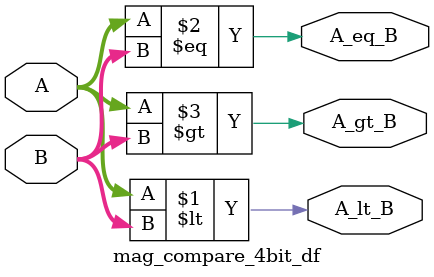
<source format=v>
`timescale 1ns/100ps

module mag_compare_4bit_df(
    output A_lt_B, A_eq_B, A_gt_B,
    input [3:0] A, B
);
    assign A_lt_B = (A < B);
    assign A_eq_B = (A == B);
    assign A_gt_B = (A > B);
endmodule
</source>
